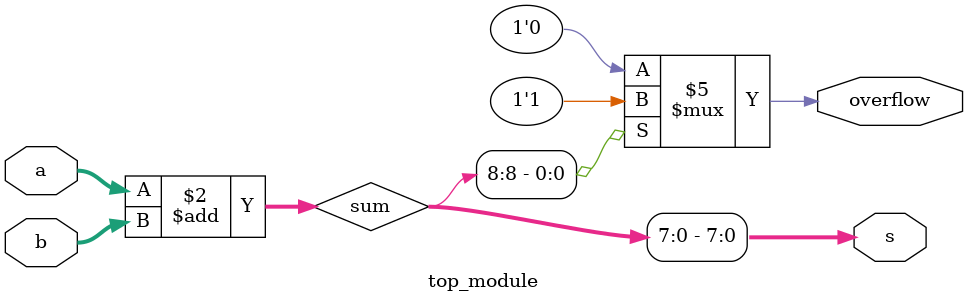
<source format=sv>
module top_module (
	input [7:0] a,
	input [7:0] b,
	output [7:0] s,
	output overflow
);
	
	reg [8:0] sum;
	reg overflow;
	
	always @(*)
	begin
		sum = a + b;
		
		if (sum[8] == 1)
			overflow = 1;
		else
			overflow = 0;
		
		s = sum[7:0];
	end
	
endmodule

</source>
